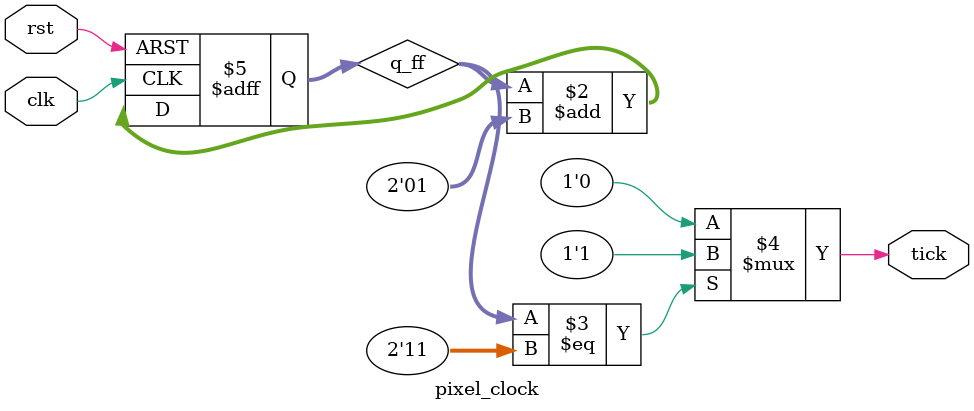
<source format=v>

module pixel_clock
    (
    input wire clk,
    input wire rst,
    
    output wire tick
    );
    
    
// SIGNAL DECLARATION //////////////////////////////////////////////////////////
	
    reg [1:0] q_ff;


// MOD-4 DIVIDER ///////////////////////////////////////////////////////////////

    // body
    // registers
    always @(posedge clk, posedge rst)
        if(rst)
            q_ff <= 2'd0;
        else
            q_ff <= q_ff + 2'd1;
    
    
// OUTPUT LOGIC ////////////////////////////////////////////////////////////////

    assign tick = (q_ff == 2'b11) ? 1'b1 : 1'b0;
    
endmodule

</source>
